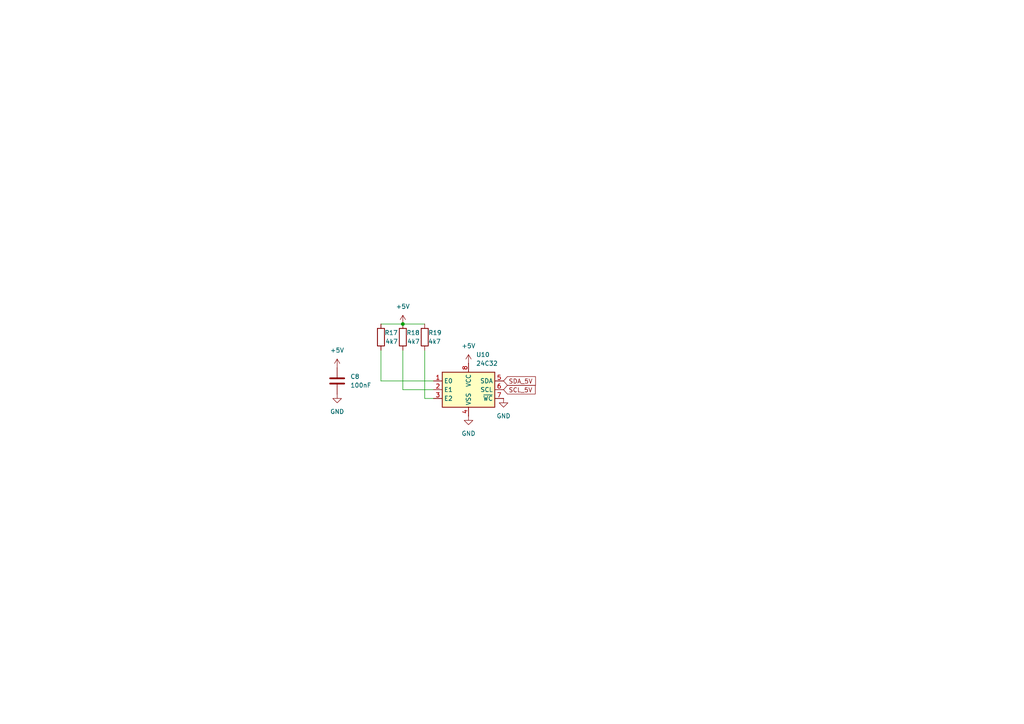
<source format=kicad_sch>
(kicad_sch (version 20231120) (generator "eeschema") (generator_version "8.0")
  (paper "A4")
  (lib_symbols
    (symbol "Device:C" (pin_numbers hide) (pin_names (offset 0.254))
      (property "Reference" "C" (at 0.635 2.54 0))
      (property "Value" "C" (at 0.635 -2.54 0))
      (symbol "C_0_1"
        (polyline (pts (xy -2.032 -0.762) (xy 2.032 -0.762)) (stroke (width 0.508)))
        (polyline (pts (xy -2.032 0.762) (xy 2.032 0.762)) (stroke (width 0.508)))
      )
      (symbol "C_1_1"
        (pin passive line (at 0 3.81 270) (length 2.794) (name "~") (number "1"))
        (pin passive line (at 0 -3.81 90) (length 2.794) (name "~") (number "2"))
      )
    )
    (symbol "Device:R" (pin_numbers hide) (pin_names (offset 0))
      (property "Reference" "R" (at 2.032 0 90))
      (property "Value" "R" (at 0 0 90))
      (symbol "R_0_1"
        (rectangle (start -1.016 -2.54) (end 1.016 2.54) (stroke (width 0.254)))
      )
      (symbol "R_1_1"
        (pin passive line (at 0 3.81 270) (length 1.27) (name "~") (number "1"))
        (pin passive line (at 0 -3.81 90) (length 1.27) (name "~") (number "2"))
      )
    )
    (symbol "Memory_EEPROM:M24C01-FMN"
      (property "Reference" "U" (at -6.35 6.35 0))
      (property "Value" "M24C01-FMN" (at 7.62 6.35 0))
      (symbol "M24C01-FMN_0_1"
        (rectangle (start -7.62 5.08) (end 7.62 -5.08) (stroke (width 0.254)) (fill (type background)))
      )
      (symbol "M24C01-FMN_1_1"
        (pin input line (at -10.16 2.54 0) (length 2.54) (name "E0") (number "1"))
        (pin input line (at -10.16 0 0) (length 2.54) (name "E1") (number "2"))
        (pin input line (at -10.16 -2.54 0) (length 2.54) (name "E2") (number "3"))
        (pin power_in line (at 0 -7.62 90) (length 2.54) (name "VSS") (number "4"))
        (pin bidirectional line (at 10.16 2.54 180) (length 2.54) (name "SDA") (number "5"))
        (pin input line (at 10.16 0 180) (length 2.54) (name "SCL") (number "6"))
        (pin input line (at 10.16 -2.54 180) (length 2.54) (name "~{WC}") (number "7"))
        (pin power_in line (at 0 7.62 270) (length 2.54) (name "VCC") (number "8"))
      )
    )
    (symbol "power:+5V" (power) (pin_numbers hide) (pin_names (offset 0) hide)
      (property "Value" "+5V" (at 0 3.556 0))
      (symbol "+5V_0_1"
        (polyline (pts (xy -0.762 1.27) (xy 0 2.54)))
        (polyline (pts (xy 0 0) (xy 0 2.54)))
        (polyline (pts (xy 0 2.54) (xy 0.762 1.27)))
      )
      (symbol "+5V_1_1"
        (pin power_in line (at 0 0 90) (length 0) (name "~") (number "1"))
      )
    )
    (symbol "power:GND" (power) (pin_numbers hide) (pin_names (offset 0) hide)
      (property "Value" "GND" (at 0 -3.81 0))
      (symbol "GND_0_1"
        (polyline (pts (xy 0 0) (xy 0 -1.27) (xy 1.27 -1.27) (xy 0 -2.54) (xy -1.27 -1.27) (xy 0 -1.27)))
      )
      (symbol "GND_1_1"
        (pin power_in line (at 0 0 270) (length 0) (name "~") (number "1"))
      )
    )
  )
  (junction (at 116.84 93.98))
  (wire (pts (xy 110.49 93.98) (xy 116.84 93.98)))
  (wire (pts (xy 116.84 113.03) (xy 116.84 101.6)))
  (wire (pts (xy 125.73 115.57) (xy 123.19 115.57)))
  (wire (pts (xy 125.73 113.03) (xy 116.84 113.03)))
  (wire (pts (xy 123.19 115.57) (xy 123.19 101.6)))
  (wire (pts (xy 125.73 110.49) (xy 110.49 110.49)))
  (wire (pts (xy 110.49 110.49) (xy 110.49 101.6)))
  (wire (pts (xy 116.84 93.98) (xy 123.19 93.98)))
  (global_label "SCL_5V" (shape input) (at 146.05 113.03 0) (property "Intersheetrefs" "${INTERSHEET_REFS}" (effects (hide yes))))
  (global_label "SDA_5V" (shape input) (at 146.05 110.49 0) (property "Intersheetrefs" "${INTERSHEET_REFS}" (effects (hide yes))))
  (symbol (lib_id "Device:R") (at 110.49 97.79 0) (unit 1)
    (property "Reference" "R17" (at 111.506 96.52 0) (effects (justify left)))
    (property "Value" "4k7" (at 111.76 99.06 0) (effects (justify left)))
    (property "Footprint" "Resistor_SMD:R_0805_2012Metric_Pad1.20x1.40mm_HandSolder" (effects (hide yes)))
    (property "Description" "Resistor" (effects (hide yes)))
  )
  (symbol (lib_id "Device:C") (at 97.79 110.49 180) (unit 1)
    (property "Reference" "C8" (at 101.6 109.2199 0) (effects (justify right)))
    (property "Value" "100nF" (at 101.6 111.7599 0) (effects (justify right)))
    (property "Footprint" "Capacitor_SMD:C_0805_2012Metric_Pad1.18x1.45mm_HandSolder" (effects (hide yes)))
    (property "Description" "Unpolarized capacitor" (effects (hide yes)))
  )
  (symbol (lib_id "power:+5V") (at 116.84 93.98 0) (unit 1)
    (property "Reference" "#PWR020" (effects (hide yes)))
    (property "Value" "+5V" (at 116.84 88.9 0))
    (property "Description" "Power symbol creates a global label with name \"+5V\"" (effects (hide yes)))
  )
  (symbol (lib_id "Memory_EEPROM:M24C01-FMN") (at 135.89 113.03 0) (unit 1)
    (property "Reference" "U10" (at 138.0841 102.87 0) (effects (justify left)))
    (property "Value" "24C32" (at 138.0841 105.41 0) (effects (justify left)))
    (property "Footprint" "Package_SO:SOIC-8_3.9x4.9mm_P1.27mm" (effects (hide yes)))
    (property "Description" "1Kb (128x8) I2C Serial EEPROM, 1.6-5.5V, SOIC-8" (effects (hide yes)))
  )
  (symbol (lib_id "Device:R") (at 123.19 97.79 0) (unit 1)
    (property "Reference" "R19" (at 124.206 96.52 0) (effects (justify left)))
    (property "Value" "4k7" (at 124.206 99.06 0) (effects (justify left)))
    (property "Footprint" "Resistor_SMD:R_0805_2012Metric_Pad1.20x1.40mm_HandSolder" (effects (hide yes)))
    (property "Description" "Resistor" (effects (hide yes)))
  )
  (symbol (lib_id "power:+5V") (at 97.79 106.68 0) (unit 1)
    (property "Reference" "#PWR01" (effects (hide yes)))
    (property "Value" "+5V" (at 97.79 101.6 0))
    (property "Description" "Power symbol creates a global label with name \"+5V\"" (effects (hide yes)))
  )
  (symbol (lib_id "power:GND") (at 135.89 120.65 0) (unit 1)
    (property "Reference" "#PWR056" (effects (hide yes)))
    (property "Value" "GND" (at 135.89 125.73 0))
    (property "Description" "Power symbol creates a global label with name \"GND\" , ground" (effects (hide yes)))
  )
  (symbol (lib_id "power:+5V") (at 135.89 105.41 0) (unit 1)
    (property "Reference" "#PWR032" (effects (hide yes)))
    (property "Value" "+5V" (at 135.89 100.33 0))
    (property "Description" "Power symbol creates a global label with name \"+5V\"" (effects (hide yes)))
  )
  (symbol (lib_id "power:GND") (at 97.79 114.3 0) (unit 1)
    (property "Reference" "#PWR02" (effects (hide yes)))
    (property "Value" "GND" (at 97.79 119.38 0))
    (property "Description" "Power symbol creates a global label with name \"GND\" , ground" (effects (hide yes)))
  )
  (symbol (lib_id "Device:R") (at 116.84 97.79 0) (unit 1)
    (property "Reference" "R18" (at 117.856 96.52 0) (effects (justify left)))
    (property "Value" "4k7" (at 118.11 99.06 0) (effects (justify left)))
    (property "Footprint" "Resistor_SMD:R_0805_2012Metric_Pad1.20x1.40mm_HandSolder" (effects (hide yes)))
    (property "Description" "Resistor" (effects (hide yes)))
  )
  (symbol (lib_id "power:GND") (at 146.05 115.57 0) (unit 1)
    (property "Reference" "#PWR055" (effects (hide yes)))
    (property "Value" "GND" (at 146.05 120.65 0))
    (property "Description" "Power symbol creates a global label with name \"GND\" , ground" (effects (hide yes)))
  )
)
</source>
